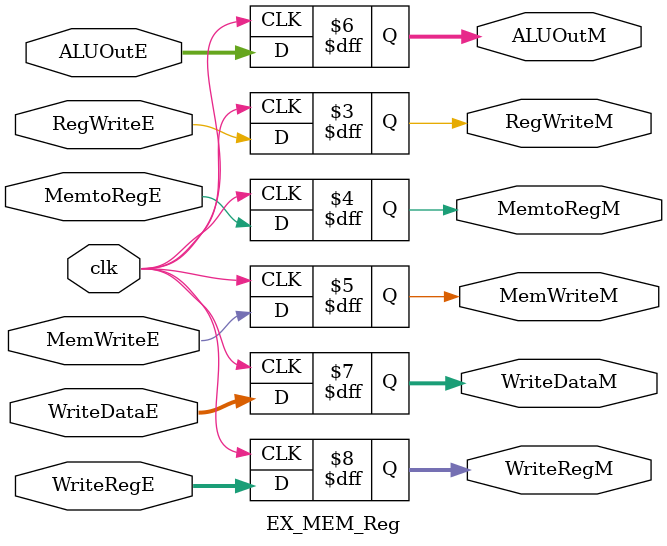
<source format=v>
`timescale 1ns / 1ps


module EX_MEM_Reg(
    input clk,
    input RegWriteE,
    input MemtoRegE,
    input MemWriteE,
    input [31:0] ALUOutE,
    input [31:0] WriteDataE,
    input [4:0] WriteRegE,
    output reg RegWriteM,
    output reg MemtoRegM,
    output reg MemWriteM,
    output reg [31:0] ALUOutM,
    output reg [31:0] WriteDataM,
    output reg [4:0] WriteRegM
    );
    
    initial begin
        RegWriteM = 0;
        MemtoRegM = 0;
        MemWriteM = 0;
        ALUOutM = 32'b0;
        WriteDataM = 32'b0;
        WriteRegM  = 5'b0;
    end
    
    always@(posedge clk) begin
        RegWriteM <= RegWriteE;
        MemtoRegM <= MemtoRegE;
        MemWriteM <= MemWriteE;
        ALUOutM <= ALUOutE;
        WriteDataM <= WriteDataE;
        WriteRegM <= WriteRegE;
    end
endmodule

</source>
